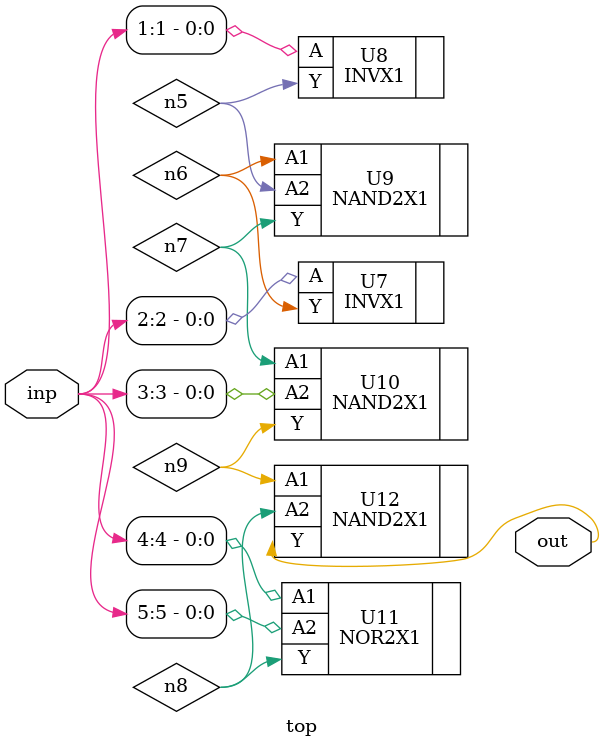
<source format=sv>


module top ( inp, out );
  input [5:0] inp;
  output out;
  wire   n5, n6, n7, n8, n9;

  INVX1 U7 ( .A(inp[2]), .Y(n6) );
  INVX1 U8 ( .A(inp[1]), .Y(n5) );
  NAND2X1 U9 ( .A1(n6), .A2(n5), .Y(n7) );
  NAND2X1 U10 ( .A1(n7), .A2(inp[3]), .Y(n9) );
  NOR2X1 U11 ( .A1(inp[4]), .A2(inp[5]), .Y(n8) );
  NAND2X1 U12 ( .A1(n9), .A2(n8), .Y(out) );
endmodule


</source>
